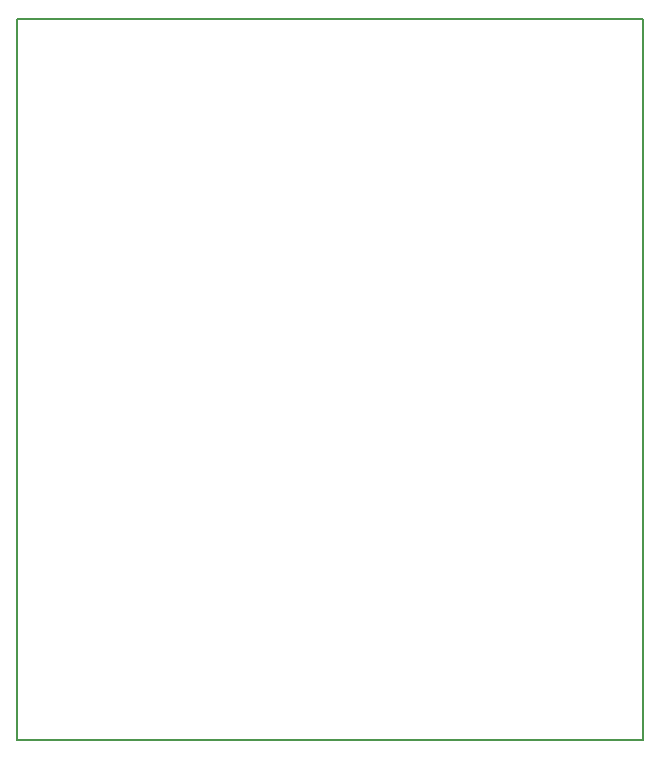
<source format=gbr>
G04 PROTEUS RS274X GERBER FILE*
%FSLAX45Y45*%
%MOMM*%
G01*
%ADD12C,0.203200*%
D12*
X-2600000Y-3100000D02*
X+2700000Y-3100000D01*
X+2700000Y+3000000D01*
X-2600000Y+3000000D01*
X-2600000Y-3100000D01*
M02*

</source>
